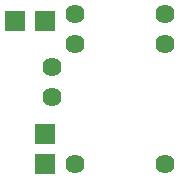
<source format=gbs>
G04 #@! TF.GenerationSoftware,KiCad,Pcbnew,(5.1.6)-1*
G04 #@! TF.CreationDate,2020-05-31T12:00:00+09:00*
G04 #@! TF.ProjectId,NOT,4e4f542e-6b69-4636-9164-5f7063625858,rev?*
G04 #@! TF.SameCoordinates,Original*
G04 #@! TF.FileFunction,Soldermask,Bot*
G04 #@! TF.FilePolarity,Negative*
%FSLAX46Y46*%
G04 Gerber Fmt 4.6, Leading zero omitted, Abs format (unit mm)*
G04 Created by KiCad (PCBNEW (5.1.6)-1) date 2020-05-31 12:00:00*
%MOMM*%
%LPD*%
G01*
G04 APERTURE LIST*
%ADD10C,1.624000*%
%ADD11R,1.800000X1.800000*%
G04 APERTURE END LIST*
D10*
X130175000Y-78105000D03*
X130175000Y-80645000D03*
D11*
X129540000Y-83820000D03*
X129540000Y-86360000D03*
X127000000Y-74260000D03*
X129540000Y-74260000D03*
D10*
X132080000Y-73660000D03*
X139700000Y-73660000D03*
X139700000Y-76200000D03*
X132080000Y-76200000D03*
X132080000Y-86360000D03*
X139700000Y-86360000D03*
M02*

</source>
